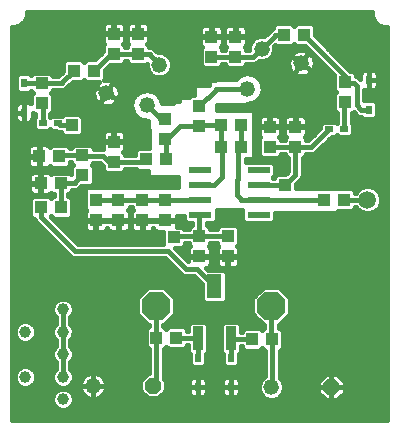
<source format=gtl>
G75*
%MOIN*%
%OFA0B0*%
%FSLAX24Y24*%
%IPPOS*%
%LPD*%
%AMOC8*
5,1,8,0,0,1.08239X$1,22.5*
%
%ADD10R,0.0780X0.0220*%
%ADD11R,0.0433X0.0394*%
%ADD12R,0.0394X0.0433*%
%ADD13C,0.0520*%
%ADD14R,0.0276X0.0197*%
%ADD15R,0.0236X0.0315*%
%ADD16R,0.0354X0.0787*%
%ADD17R,0.0512X0.0787*%
%ADD18OC8,0.0520*%
%ADD19C,0.0160*%
%ADD20C,0.1502*%
%ADD21R,0.0591X0.0591*%
%ADD22R,0.0945X0.0945*%
%ADD23R,0.0396X0.0396*%
%ADD24C,0.0591*%
%ADD25OC8,0.0945*%
%ADD26C,0.0396*%
D10*
X035280Y020250D03*
X035280Y020750D03*
X035280Y021250D03*
X035280Y021750D03*
X037220Y021750D03*
X037220Y021250D03*
X037220Y020750D03*
X037220Y020250D03*
D11*
X034100Y020065D03*
X034100Y020735D03*
X032550Y020735D03*
X032550Y020065D03*
X030635Y021300D03*
X029965Y021300D03*
X031350Y021565D03*
X031350Y022235D03*
X030000Y023965D03*
X030000Y024635D03*
X034100Y023435D03*
X034100Y022765D03*
X035250Y023215D03*
X035965Y023250D03*
X036635Y023250D03*
X035250Y023885D03*
X040100Y024015D03*
X040100Y024685D03*
D12*
X038735Y026250D03*
X038065Y026250D03*
X036450Y026185D03*
X035650Y026185D03*
X035650Y025515D03*
X036450Y025515D03*
X033200Y025615D03*
X032400Y025615D03*
X031735Y025050D03*
X031065Y025050D03*
X032400Y026285D03*
X033200Y026285D03*
X037600Y023185D03*
X038450Y023185D03*
X038450Y022515D03*
X037600Y022515D03*
X036635Y022500D03*
X035965Y022500D03*
X034135Y022100D03*
X033465Y022100D03*
X032400Y022015D03*
X032400Y022685D03*
X030585Y022200D03*
X029915Y022200D03*
X031800Y020735D03*
X031800Y020065D03*
X030635Y020500D03*
X029965Y020500D03*
X033350Y020735D03*
X033350Y020065D03*
X035250Y019535D03*
X035250Y018865D03*
X036200Y018865D03*
X036200Y019535D03*
X039415Y020750D03*
X040085Y020750D03*
X037685Y016100D03*
X037015Y016100D03*
X034485Y016150D03*
X033815Y016150D03*
D13*
X031700Y014550D03*
X037650Y014500D03*
X033505Y023894D03*
X033911Y025248D03*
X032150Y024300D03*
X036837Y024455D03*
X038650Y025300D03*
X037321Y025784D03*
D14*
X039574Y023100D03*
X040086Y023100D03*
X030536Y023300D03*
X030024Y023300D03*
D15*
X029400Y023658D03*
X029400Y024642D03*
X040900Y024742D03*
X040900Y023758D03*
X036300Y015492D03*
X035200Y015492D03*
X035200Y014508D03*
X036300Y014508D03*
D16*
X036301Y016134D03*
X035199Y016134D03*
D17*
X035750Y017866D03*
D18*
X033700Y014550D03*
X039650Y014500D03*
D19*
X029000Y013400D02*
X029000Y026494D01*
X029101Y026494D01*
X029286Y026571D01*
X029429Y026714D01*
X029506Y026899D01*
X029506Y027000D01*
X040994Y027000D01*
X040994Y026899D01*
X041071Y026714D01*
X041214Y026571D01*
X041399Y026494D01*
X041500Y026494D01*
X041500Y013400D01*
X029000Y013400D01*
X029000Y013414D02*
X041500Y013414D01*
X041500Y013573D02*
X029000Y013573D01*
X029000Y013731D02*
X041500Y013731D01*
X041500Y013890D02*
X030996Y013890D01*
X031004Y013897D02*
X031058Y014029D01*
X031058Y014171D01*
X031004Y014303D01*
X030903Y014404D01*
X030771Y014458D01*
X030629Y014458D01*
X030497Y014404D01*
X030396Y014303D01*
X030342Y014171D01*
X030342Y014029D01*
X030396Y013897D01*
X030497Y013796D01*
X030629Y013742D01*
X030771Y013742D01*
X030903Y013796D01*
X031004Y013897D01*
X031058Y014048D02*
X041500Y014048D01*
X041500Y014207D02*
X039979Y014207D01*
X040090Y014318D02*
X039832Y014060D01*
X039650Y014060D01*
X039650Y014500D01*
X040090Y014500D01*
X040090Y014682D01*
X041500Y014682D01*
X041500Y014524D02*
X040090Y014524D01*
X040090Y014500D02*
X039650Y014500D01*
X039650Y014500D01*
X039650Y014500D01*
X039650Y014940D01*
X039832Y014940D01*
X040090Y014682D01*
X040090Y014500D02*
X040090Y014318D01*
X040090Y014365D02*
X041500Y014365D01*
X041500Y014841D02*
X039932Y014841D01*
X039650Y014841D02*
X039650Y014841D01*
X039650Y014940D02*
X039468Y014940D01*
X039210Y014682D01*
X038029Y014682D01*
X038006Y014738D02*
X037925Y014819D01*
X037925Y015723D01*
X037948Y015723D01*
X038041Y015817D01*
X038041Y016383D01*
X037948Y016477D01*
X037890Y016477D01*
X037890Y016568D01*
X037912Y016568D01*
X038282Y016938D01*
X038282Y017462D01*
X037912Y017832D01*
X037388Y017832D01*
X037018Y017462D01*
X037018Y016938D01*
X037388Y016568D01*
X037410Y016568D01*
X037410Y016465D01*
X037350Y016405D01*
X037278Y016477D01*
X036752Y016477D01*
X036659Y016383D01*
X036659Y016340D01*
X036638Y016340D01*
X036638Y016594D01*
X036545Y016688D01*
X036058Y016688D01*
X035964Y016594D01*
X035964Y015674D01*
X036022Y015616D01*
X036022Y015268D01*
X036116Y015175D01*
X036484Y015175D01*
X036578Y015268D01*
X036578Y015614D01*
X036638Y015674D01*
X036638Y015860D01*
X036659Y015860D01*
X036659Y015817D01*
X036752Y015723D01*
X037278Y015723D01*
X037350Y015795D01*
X037422Y015723D01*
X037445Y015723D01*
X037445Y014870D01*
X037412Y014856D01*
X037294Y014738D01*
X037230Y014584D01*
X037230Y014416D01*
X037294Y014262D01*
X037412Y014144D01*
X037566Y014080D01*
X037734Y014080D01*
X037888Y014144D01*
X038006Y014262D01*
X038070Y014416D01*
X038070Y014584D01*
X038006Y014738D01*
X037925Y014841D02*
X039368Y014841D01*
X039210Y014682D02*
X039210Y014500D01*
X039650Y014500D01*
X039650Y014500D01*
X039650Y014500D01*
X039650Y014940D01*
X039650Y014682D02*
X039650Y014682D01*
X039650Y014524D02*
X039650Y014524D01*
X039650Y014500D02*
X039210Y014500D01*
X039210Y014318D01*
X039468Y014060D01*
X039650Y014060D01*
X039650Y014500D01*
X039650Y014365D02*
X039650Y014365D01*
X039650Y014207D02*
X039650Y014207D01*
X039321Y014207D02*
X037950Y014207D01*
X038049Y014365D02*
X039210Y014365D01*
X039210Y014524D02*
X038070Y014524D01*
X037685Y014576D02*
X037685Y016100D01*
X037679Y016105D01*
X037650Y016176D02*
X037650Y017200D01*
X037213Y016743D02*
X034237Y016743D01*
X034222Y016527D02*
X034150Y016455D01*
X034078Y016527D01*
X034040Y016527D01*
X034040Y016568D01*
X034062Y016568D01*
X034432Y016938D01*
X034432Y017462D01*
X034062Y017832D01*
X033538Y017832D01*
X033168Y017462D01*
X033168Y016938D01*
X033538Y016568D01*
X033560Y016568D01*
X033560Y016527D01*
X033552Y016527D01*
X033459Y016433D01*
X033459Y015867D01*
X033552Y015773D01*
X033575Y015773D01*
X033575Y014970D01*
X033526Y014970D01*
X033280Y014724D01*
X033280Y014376D01*
X033526Y014130D01*
X033874Y014130D01*
X034120Y014376D01*
X034120Y014724D01*
X034055Y014789D01*
X034055Y015773D01*
X034078Y015773D01*
X034150Y015845D01*
X034222Y015773D01*
X034748Y015773D01*
X034841Y015867D01*
X034841Y015910D01*
X034862Y015910D01*
X034862Y015674D01*
X034922Y015614D01*
X034922Y015268D01*
X035016Y015175D01*
X035384Y015175D01*
X035478Y015268D01*
X035478Y015616D01*
X035536Y015674D01*
X035536Y016594D01*
X035442Y016688D01*
X034955Y016688D01*
X034862Y016594D01*
X034862Y016390D01*
X034841Y016390D01*
X034841Y016433D01*
X034748Y016527D01*
X034222Y016527D01*
X034078Y016584D02*
X034862Y016584D01*
X034862Y016426D02*
X034841Y016426D01*
X035160Y016150D02*
X034485Y016150D01*
X034766Y015792D02*
X034862Y015792D01*
X034903Y015633D02*
X034055Y015633D01*
X034055Y015475D02*
X034922Y015475D01*
X034922Y015316D02*
X034055Y015316D01*
X034055Y015158D02*
X037445Y015158D01*
X037445Y015316D02*
X036578Y015316D01*
X036578Y015475D02*
X037445Y015475D01*
X037445Y015633D02*
X036597Y015633D01*
X036638Y015792D02*
X036684Y015792D01*
X036376Y016100D02*
X037015Y016100D01*
X036701Y016426D02*
X036638Y016426D01*
X036638Y016584D02*
X037372Y016584D01*
X037371Y016426D02*
X037329Y016426D01*
X037650Y016176D02*
X037652Y016156D01*
X037658Y016138D01*
X037667Y016120D01*
X037679Y016105D01*
X038041Y016109D02*
X041500Y016109D01*
X041500Y016267D02*
X038041Y016267D01*
X037999Y016426D02*
X041500Y016426D01*
X041500Y016584D02*
X037928Y016584D01*
X038087Y016743D02*
X041500Y016743D01*
X041500Y016901D02*
X038245Y016901D01*
X038282Y017060D02*
X041500Y017060D01*
X041500Y017218D02*
X038282Y017218D01*
X038282Y017377D02*
X041500Y017377D01*
X041500Y017535D02*
X038209Y017535D01*
X038051Y017694D02*
X041500Y017694D01*
X041500Y017852D02*
X036166Y017852D01*
X036166Y017694D02*
X037249Y017694D01*
X037091Y017535D02*
X036166Y017535D01*
X036166Y017406D02*
X036166Y018326D01*
X036072Y018420D01*
X035536Y018420D01*
X035483Y018472D01*
X035516Y018481D01*
X035557Y018505D01*
X035591Y018538D01*
X035615Y018579D01*
X035627Y018625D01*
X035627Y018847D01*
X035268Y018847D01*
X035268Y018884D01*
X035627Y018884D01*
X035627Y019106D01*
X035615Y019151D01*
X035591Y019192D01*
X035569Y019214D01*
X035607Y019252D01*
X035607Y019295D01*
X035843Y019295D01*
X035843Y019252D01*
X035881Y019214D01*
X035859Y019192D01*
X035835Y019151D01*
X035823Y019106D01*
X035823Y018884D01*
X036182Y018884D01*
X036182Y018847D01*
X036218Y018847D01*
X036218Y018469D01*
X036421Y018469D01*
X036466Y018481D01*
X036507Y018505D01*
X036541Y018538D01*
X036565Y018579D01*
X036577Y018625D01*
X036577Y018847D01*
X036218Y018847D01*
X036218Y018884D01*
X036577Y018884D01*
X036577Y019106D01*
X036565Y019151D01*
X036541Y019192D01*
X036519Y019214D01*
X036557Y019252D01*
X036557Y019817D01*
X036463Y019911D01*
X035937Y019911D01*
X035843Y019817D01*
X035843Y019775D01*
X035607Y019775D01*
X035607Y019817D01*
X035513Y019911D01*
X035490Y019911D01*
X035490Y019980D01*
X035736Y019980D01*
X035830Y020074D01*
X035830Y020420D01*
X036670Y020420D01*
X036670Y020074D01*
X036764Y019980D01*
X037676Y019980D01*
X037770Y020074D01*
X037770Y020320D01*
X039833Y020320D01*
X039880Y020367D01*
X039880Y020373D01*
X040348Y020373D01*
X040441Y020467D01*
X040441Y020510D01*
X040457Y020510D01*
X040464Y020492D01*
X040592Y020364D01*
X040759Y020295D01*
X040941Y020295D01*
X041108Y020364D01*
X041236Y020492D01*
X041305Y020659D01*
X041305Y020841D01*
X041236Y021008D01*
X041108Y021136D01*
X040941Y021205D01*
X040759Y021205D01*
X040592Y021136D01*
X040464Y021008D01*
X040457Y020990D01*
X040441Y020990D01*
X040441Y021033D01*
X040348Y021127D01*
X039837Y021127D01*
X039833Y021130D01*
X038458Y021130D01*
X038458Y021269D01*
X038557Y021367D01*
X038561Y021372D01*
X038624Y021435D01*
X038638Y021449D01*
X038690Y021574D01*
X038690Y022139D01*
X038713Y022139D01*
X038807Y022233D01*
X038807Y022260D01*
X039022Y022260D01*
X039110Y022297D01*
X039655Y022842D01*
X039778Y022842D01*
X039830Y022893D01*
X039882Y022842D01*
X040290Y022842D01*
X040384Y022935D01*
X040384Y023265D01*
X040326Y023322D01*
X040326Y023659D01*
X040383Y023659D01*
X040392Y023668D01*
X040506Y023554D01*
X040594Y023518D01*
X040638Y023518D01*
X040716Y023440D01*
X041084Y023440D01*
X041178Y023534D01*
X041178Y023982D01*
X041084Y024075D01*
X040740Y024075D01*
X040740Y024410D01*
X040758Y024405D01*
X040900Y024405D01*
X041042Y024405D01*
X041088Y024417D01*
X041129Y024441D01*
X041162Y024474D01*
X041186Y024515D01*
X041198Y024561D01*
X041198Y024742D01*
X040900Y024742D01*
X040900Y024405D01*
X040900Y024742D01*
X040900Y024742D01*
X040900Y024742D01*
X041198Y024742D01*
X041198Y024923D01*
X041186Y024969D01*
X041162Y025010D01*
X041129Y025044D01*
X041088Y025067D01*
X041042Y025080D01*
X040900Y025080D01*
X040758Y025080D01*
X040712Y025067D01*
X040671Y025044D01*
X040638Y025010D01*
X040614Y024969D01*
X040602Y024923D01*
X040602Y024788D01*
X040536Y024853D01*
X040477Y024878D01*
X040477Y024948D01*
X040383Y025041D01*
X040283Y025041D01*
X040240Y025084D01*
X040207Y025117D01*
X040207Y025117D01*
X039091Y026233D01*
X039091Y026533D01*
X038998Y026627D01*
X038472Y026627D01*
X038400Y026555D01*
X038328Y026627D01*
X037802Y026627D01*
X037709Y026533D01*
X037709Y026468D01*
X037636Y026438D01*
X037622Y026424D01*
X037586Y026388D01*
X037555Y026357D01*
X037402Y026204D01*
X037238Y026204D01*
X037083Y026140D01*
X036965Y026022D01*
X036901Y025867D01*
X036901Y025755D01*
X036807Y025755D01*
X036807Y025798D01*
X036769Y025836D01*
X036791Y025858D01*
X036815Y025899D01*
X036827Y025944D01*
X036827Y026166D01*
X036468Y026166D01*
X036468Y026203D01*
X036432Y026203D01*
X036432Y026581D01*
X036229Y026581D01*
X036184Y026569D01*
X036143Y026545D01*
X036109Y026512D01*
X036085Y026471D01*
X036073Y026425D01*
X036073Y026203D01*
X036432Y026203D01*
X036432Y026166D01*
X036073Y026166D01*
X036073Y025944D01*
X036085Y025899D01*
X036109Y025858D01*
X036131Y025836D01*
X036093Y025798D01*
X036093Y025755D01*
X036007Y025755D01*
X036007Y025798D01*
X035969Y025836D01*
X035991Y025858D01*
X036015Y025899D01*
X036027Y025944D01*
X036027Y026166D01*
X035668Y026166D01*
X035668Y026203D01*
X035632Y026203D01*
X035632Y026581D01*
X035429Y026581D01*
X035384Y026569D01*
X035343Y026545D01*
X035309Y026512D01*
X035285Y026471D01*
X035273Y026425D01*
X035273Y026203D01*
X035632Y026203D01*
X035632Y026166D01*
X035273Y026166D01*
X035273Y025944D01*
X035285Y025899D01*
X035309Y025858D01*
X035331Y025836D01*
X035293Y025798D01*
X035293Y025233D01*
X035387Y025139D01*
X035913Y025139D01*
X036007Y025233D01*
X036007Y025275D01*
X036093Y025275D01*
X036093Y025233D01*
X036187Y025139D01*
X036713Y025139D01*
X036807Y025233D01*
X036807Y025275D01*
X037079Y025275D01*
X037204Y025327D01*
X037218Y025341D01*
X037240Y025364D01*
X037405Y025364D01*
X037559Y025428D01*
X037677Y025546D01*
X037741Y025700D01*
X037741Y025864D01*
X037776Y025899D01*
X037802Y025873D01*
X038328Y025873D01*
X038400Y025945D01*
X038472Y025873D01*
X038772Y025873D01*
X039723Y024922D01*
X039723Y024422D01*
X039795Y024350D01*
X039723Y024278D01*
X039723Y023752D01*
X039817Y023659D01*
X039846Y023659D01*
X039846Y023322D01*
X039830Y023307D01*
X039778Y023358D01*
X039370Y023358D01*
X039277Y023265D01*
X039277Y023142D01*
X038875Y022740D01*
X038807Y022740D01*
X038807Y022798D01*
X038769Y022836D01*
X038791Y022858D01*
X038815Y022899D01*
X038827Y022944D01*
X038827Y023166D01*
X038468Y023166D01*
X038468Y023203D01*
X038432Y023203D01*
X038432Y023581D01*
X038229Y023581D01*
X038184Y023569D01*
X038143Y023545D01*
X038109Y023512D01*
X038085Y023471D01*
X038073Y023425D01*
X038073Y023203D01*
X038432Y023203D01*
X038432Y023166D01*
X038073Y023166D01*
X038073Y022944D01*
X038085Y022899D01*
X038109Y022858D01*
X038131Y022836D01*
X038093Y022798D01*
X038093Y022755D01*
X037957Y022755D01*
X037957Y022798D01*
X037919Y022836D01*
X037941Y022858D01*
X037965Y022899D01*
X037977Y022944D01*
X037977Y023166D01*
X037618Y023166D01*
X037618Y023203D01*
X037582Y023203D01*
X037582Y023581D01*
X037379Y023581D01*
X037334Y023569D01*
X037293Y023545D01*
X037259Y023512D01*
X037235Y023471D01*
X037223Y023425D01*
X037223Y023203D01*
X037582Y023203D01*
X037582Y023166D01*
X037223Y023166D01*
X037223Y022944D01*
X037235Y022899D01*
X037259Y022858D01*
X037281Y022836D01*
X037243Y022798D01*
X037243Y022233D01*
X037337Y022139D01*
X037863Y022139D01*
X037957Y022233D01*
X037957Y022260D01*
X038093Y022260D01*
X038093Y022233D01*
X038187Y022139D01*
X038210Y022139D01*
X038210Y021699D01*
X038119Y021608D01*
X037836Y021608D01*
X037742Y021514D01*
X037742Y021490D01*
X037706Y021490D01*
X037696Y021500D01*
X037770Y021574D01*
X037770Y021926D01*
X037676Y022020D01*
X036790Y022020D01*
X036790Y022120D01*
X037033Y022120D01*
X037080Y022167D01*
X037080Y023683D01*
X037033Y023730D01*
X035830Y023730D01*
X035830Y023920D01*
X036833Y023920D01*
X036850Y023937D01*
X036850Y023936D02*
X036850Y023936D01*
X037107Y024005D01*
X037295Y024193D01*
X037295Y024193D01*
X037364Y024450D01*
X037295Y024707D01*
X037107Y024895D01*
X037107Y024895D01*
X036850Y024964D01*
X036593Y024895D01*
X036478Y024780D01*
X035817Y024780D01*
X035770Y024733D01*
X035770Y024730D01*
X035617Y024730D01*
X035570Y024683D01*
X035570Y024580D01*
X035117Y024580D01*
X035070Y024533D01*
X035070Y024241D01*
X034967Y024241D01*
X034906Y024180D01*
X034617Y024180D01*
X034570Y024133D01*
X034570Y024030D01*
X034417Y024030D01*
X034370Y023983D01*
X034370Y023980D01*
X033999Y023980D01*
X033951Y024160D01*
X033951Y024160D01*
X033760Y024351D01*
X033500Y024421D01*
X033240Y024351D01*
X033240Y024351D01*
X033049Y024160D01*
X032979Y023900D01*
X033049Y023640D01*
X033049Y023640D01*
X033240Y023449D01*
X033500Y023379D01*
X033520Y023385D01*
X033520Y023117D01*
X033567Y023070D01*
X033570Y023070D01*
X033570Y022477D01*
X033202Y022477D01*
X033109Y022383D01*
X033109Y022255D01*
X032757Y022255D01*
X032757Y022298D01*
X032719Y022336D01*
X032741Y022358D01*
X032765Y022399D01*
X032777Y022444D01*
X032777Y022666D01*
X032418Y022666D01*
X032418Y022703D01*
X032382Y022703D01*
X032382Y023081D01*
X032179Y023081D01*
X032134Y023069D01*
X032093Y023045D01*
X032059Y023012D01*
X032035Y022971D01*
X032023Y022925D01*
X032023Y022703D01*
X032382Y022703D01*
X032382Y022666D01*
X032023Y022666D01*
X032023Y022444D01*
X032024Y022440D01*
X031727Y022440D01*
X031727Y022498D01*
X031633Y022591D01*
X031067Y022591D01*
X030973Y022498D01*
X030973Y022475D01*
X030941Y022475D01*
X030941Y022483D01*
X030848Y022577D01*
X030322Y022577D01*
X030262Y022517D01*
X030256Y022527D01*
X030223Y022561D01*
X030182Y022584D01*
X030136Y022597D01*
X029934Y022597D01*
X029934Y022218D01*
X029897Y022218D01*
X029897Y022182D01*
X029539Y022182D01*
X029539Y021960D01*
X029551Y021914D01*
X029574Y021873D01*
X029608Y021839D01*
X029649Y021816D01*
X029695Y021803D01*
X029897Y021803D01*
X029897Y022182D01*
X029934Y022182D01*
X029934Y021803D01*
X030136Y021803D01*
X030182Y021816D01*
X030223Y021839D01*
X030256Y021873D01*
X030262Y021883D01*
X030322Y021823D01*
X030848Y021823D01*
X030941Y021917D01*
X030941Y021995D01*
X030973Y021995D01*
X030973Y021972D01*
X031045Y021900D01*
X030973Y021828D01*
X030973Y021601D01*
X030917Y021657D01*
X030352Y021657D01*
X030314Y021619D01*
X030292Y021641D01*
X030251Y021665D01*
X030206Y021677D01*
X029984Y021677D01*
X029984Y021318D01*
X029947Y021318D01*
X029947Y021282D01*
X029569Y021282D01*
X029569Y021079D01*
X029581Y021034D01*
X029605Y020993D01*
X029638Y020959D01*
X029679Y020935D01*
X029725Y020923D01*
X029947Y020923D01*
X029947Y021282D01*
X029984Y021282D01*
X029984Y020923D01*
X030206Y020923D01*
X030251Y020935D01*
X030292Y020959D01*
X030314Y020981D01*
X030352Y020943D01*
X030395Y020943D01*
X030395Y020877D01*
X030372Y020877D01*
X030300Y020805D01*
X030228Y020877D01*
X029702Y020877D01*
X029609Y020783D01*
X029609Y020217D01*
X029702Y020123D01*
X029740Y020123D01*
X029777Y020033D01*
X029791Y020019D01*
X029831Y019979D01*
X029859Y019952D01*
X030964Y018847D01*
X031052Y018810D01*
X034101Y018810D01*
X034664Y018247D01*
X034752Y018210D01*
X035067Y018210D01*
X035334Y017943D01*
X035334Y017406D01*
X035428Y017312D01*
X036072Y017312D01*
X036166Y017406D01*
X036136Y017377D02*
X037018Y017377D01*
X037018Y017218D02*
X034432Y017218D01*
X034432Y017060D02*
X037018Y017060D01*
X037055Y016901D02*
X034395Y016901D01*
X034432Y017377D02*
X035364Y017377D01*
X035334Y017535D02*
X034359Y017535D01*
X034201Y017694D02*
X035334Y017694D01*
X035334Y017852D02*
X029000Y017852D01*
X029000Y017694D02*
X033399Y017694D01*
X033241Y017535D02*
X029000Y017535D01*
X029000Y017377D02*
X030470Y017377D01*
X030497Y017404D02*
X030396Y017303D01*
X030342Y017171D01*
X030342Y017029D01*
X030396Y016897D01*
X030460Y016834D01*
X030460Y016616D01*
X030396Y016553D01*
X030342Y016421D01*
X030342Y016279D01*
X030396Y016147D01*
X030460Y016084D01*
X030460Y015866D01*
X030396Y015803D01*
X030342Y015671D01*
X030342Y015529D01*
X030396Y015397D01*
X030460Y015334D01*
X030460Y015116D01*
X030396Y015053D01*
X030342Y014921D01*
X030342Y014779D01*
X030396Y014647D01*
X030497Y014546D01*
X030629Y014492D01*
X030771Y014492D01*
X030903Y014546D01*
X031004Y014647D01*
X031058Y014779D01*
X031058Y014921D01*
X031004Y015053D01*
X030940Y015116D01*
X030940Y015334D01*
X031004Y015397D01*
X031058Y015529D01*
X031058Y015671D01*
X031004Y015803D01*
X030940Y015866D01*
X030940Y016084D01*
X031004Y016147D01*
X031058Y016279D01*
X031058Y016421D01*
X031004Y016553D01*
X030940Y016616D01*
X030940Y016834D01*
X031004Y016897D01*
X031058Y017029D01*
X031058Y017171D01*
X031004Y017303D01*
X030903Y017404D01*
X030771Y017458D01*
X030629Y017458D01*
X030497Y017404D01*
X030361Y017218D02*
X029000Y017218D01*
X029000Y017060D02*
X030342Y017060D01*
X030395Y016901D02*
X029000Y016901D01*
X029000Y016743D02*
X030460Y016743D01*
X030428Y016584D02*
X029722Y016584D01*
X029754Y016553D02*
X029653Y016654D01*
X029521Y016708D01*
X029379Y016708D01*
X029247Y016654D01*
X029146Y016553D01*
X029092Y016421D01*
X029092Y016279D01*
X029146Y016147D01*
X029247Y016046D01*
X029379Y015992D01*
X029521Y015992D01*
X029653Y016046D01*
X029754Y016147D01*
X029808Y016279D01*
X029808Y016421D01*
X029754Y016553D01*
X029806Y016426D02*
X030344Y016426D01*
X030347Y016267D02*
X029803Y016267D01*
X029715Y016109D02*
X030435Y016109D01*
X030460Y015950D02*
X029000Y015950D01*
X029000Y015792D02*
X030392Y015792D01*
X030342Y015633D02*
X029000Y015633D01*
X029000Y015475D02*
X030364Y015475D01*
X030460Y015316D02*
X029000Y015316D01*
X029000Y015158D02*
X029257Y015158D01*
X029247Y015154D02*
X029146Y015053D01*
X029092Y014921D01*
X029092Y014779D01*
X029146Y014647D01*
X029247Y014546D01*
X029379Y014492D01*
X029521Y014492D01*
X029653Y014546D01*
X029754Y014647D01*
X029808Y014779D01*
X029808Y014921D01*
X029754Y015053D01*
X029653Y015154D01*
X029521Y015208D01*
X029379Y015208D01*
X029247Y015154D01*
X029124Y014999D02*
X029000Y014999D01*
X029000Y014841D02*
X029092Y014841D01*
X029132Y014682D02*
X029000Y014682D01*
X029000Y014524D02*
X029302Y014524D01*
X029598Y014524D02*
X030552Y014524D01*
X030459Y014365D02*
X029000Y014365D01*
X029000Y014207D02*
X030357Y014207D01*
X030342Y014048D02*
X029000Y014048D01*
X029000Y013890D02*
X030404Y013890D01*
X031043Y014207D02*
X031424Y014207D01*
X031413Y014214D02*
X031469Y014174D01*
X031531Y014142D01*
X031597Y014121D01*
X031665Y014110D01*
X031700Y014110D01*
X031735Y014110D01*
X031803Y014121D01*
X031869Y014142D01*
X031931Y014174D01*
X031987Y014214D01*
X032036Y014263D01*
X032076Y014319D01*
X032108Y014381D01*
X032129Y014447D01*
X032140Y014515D01*
X032140Y014550D01*
X032140Y014585D01*
X032129Y014653D01*
X032108Y014719D01*
X032076Y014781D01*
X032036Y014837D01*
X031987Y014886D01*
X031931Y014926D01*
X031869Y014958D01*
X031803Y014979D01*
X031735Y014990D01*
X031700Y014990D01*
X031700Y014550D01*
X032140Y014550D01*
X031700Y014550D01*
X031700Y014550D01*
X031700Y014550D01*
X031700Y014110D01*
X031700Y014550D01*
X031700Y014550D01*
X031700Y014550D01*
X031260Y014550D01*
X031260Y014585D01*
X031271Y014653D01*
X031292Y014719D01*
X031324Y014781D01*
X031364Y014837D01*
X031413Y014886D01*
X031469Y014926D01*
X031531Y014958D01*
X031597Y014979D01*
X031665Y014990D01*
X031700Y014990D01*
X031700Y014550D01*
X031260Y014550D01*
X031260Y014515D01*
X031271Y014447D01*
X031292Y014381D01*
X031324Y014319D01*
X031364Y014263D01*
X031413Y014214D01*
X031300Y014365D02*
X030941Y014365D01*
X030848Y014524D02*
X031260Y014524D01*
X031280Y014682D02*
X031018Y014682D01*
X031058Y014841D02*
X031368Y014841D01*
X031700Y014841D02*
X031700Y014841D01*
X031700Y014682D02*
X031700Y014682D01*
X031700Y014524D02*
X031700Y014524D01*
X031700Y014365D02*
X031700Y014365D01*
X031700Y014207D02*
X031700Y014207D01*
X031976Y014207D02*
X033450Y014207D01*
X033291Y014365D02*
X032100Y014365D01*
X032140Y014524D02*
X033280Y014524D01*
X033280Y014682D02*
X032120Y014682D01*
X032032Y014841D02*
X033397Y014841D01*
X033575Y014999D02*
X031026Y014999D01*
X030940Y015158D02*
X033575Y015158D01*
X033575Y015316D02*
X030940Y015316D01*
X031036Y015475D02*
X033575Y015475D01*
X033575Y015633D02*
X031058Y015633D01*
X031008Y015792D02*
X033534Y015792D01*
X033459Y015950D02*
X030940Y015950D01*
X030965Y016109D02*
X033459Y016109D01*
X033459Y016267D02*
X031053Y016267D01*
X031056Y016426D02*
X033459Y016426D01*
X033522Y016584D02*
X030972Y016584D01*
X030940Y016743D02*
X033363Y016743D01*
X033205Y016901D02*
X031005Y016901D01*
X031058Y017060D02*
X033168Y017060D01*
X033168Y017218D02*
X031039Y017218D01*
X030930Y017377D02*
X033168Y017377D01*
X033800Y017200D02*
X033800Y016187D01*
X033815Y016150D02*
X033815Y014707D01*
X033786Y014636D02*
X033700Y014550D01*
X033786Y014636D02*
X033798Y014651D01*
X033807Y014669D01*
X033813Y014687D01*
X033815Y014707D01*
X034055Y014841D02*
X035040Y014841D01*
X035058Y014845D02*
X035012Y014833D01*
X034971Y014809D01*
X034938Y014776D01*
X034914Y014735D01*
X034902Y014689D01*
X034902Y014508D01*
X035200Y014508D01*
X035200Y014845D01*
X035058Y014845D01*
X035200Y014845D02*
X035200Y014508D01*
X035200Y014508D01*
X035498Y014508D01*
X035498Y014689D01*
X035486Y014735D01*
X035462Y014776D01*
X035429Y014809D01*
X035388Y014833D01*
X035342Y014845D01*
X035200Y014845D01*
X035200Y014841D02*
X035200Y014841D01*
X035200Y014682D02*
X035200Y014682D01*
X035200Y014524D02*
X035200Y014524D01*
X035200Y014508D02*
X035200Y014508D01*
X035200Y014508D01*
X035498Y014508D01*
X035498Y014327D01*
X035486Y014281D01*
X035462Y014240D01*
X035429Y014206D01*
X035388Y014183D01*
X035342Y014170D01*
X035200Y014170D01*
X035200Y014508D01*
X034902Y014508D01*
X034902Y014327D01*
X034914Y014281D01*
X034938Y014240D01*
X034971Y014206D01*
X035012Y014183D01*
X035058Y014170D01*
X035200Y014170D01*
X035200Y014508D01*
X035200Y014508D01*
X035200Y014365D02*
X035200Y014365D01*
X035200Y014207D02*
X035200Y014207D01*
X035429Y014207D02*
X036071Y014207D01*
X036071Y014206D02*
X036112Y014183D01*
X036158Y014170D01*
X036300Y014170D01*
X036300Y014508D01*
X036300Y014845D01*
X036158Y014845D01*
X036112Y014833D01*
X036071Y014809D01*
X036038Y014776D01*
X036014Y014735D01*
X036002Y014689D01*
X036002Y014508D01*
X036300Y014508D01*
X036300Y014508D01*
X036300Y014845D01*
X036442Y014845D01*
X036488Y014833D01*
X036529Y014809D01*
X036562Y014776D01*
X036586Y014735D01*
X036598Y014689D01*
X036598Y014508D01*
X036300Y014508D01*
X036300Y014508D01*
X036300Y014508D01*
X036002Y014508D01*
X036002Y014327D01*
X036014Y014281D01*
X036038Y014240D01*
X036071Y014206D01*
X036002Y014365D02*
X035498Y014365D01*
X035498Y014524D02*
X036002Y014524D01*
X036002Y014682D02*
X035498Y014682D01*
X035360Y014841D02*
X036140Y014841D01*
X036300Y014841D02*
X036300Y014841D01*
X036300Y014682D02*
X036300Y014682D01*
X036300Y014524D02*
X036300Y014524D01*
X036300Y014508D02*
X036598Y014508D01*
X036598Y014327D01*
X036586Y014281D01*
X036562Y014240D01*
X036529Y014206D01*
X036488Y014183D01*
X036442Y014170D01*
X036300Y014170D01*
X036300Y014508D01*
X036300Y014508D01*
X036300Y014365D02*
X036300Y014365D01*
X036300Y014207D02*
X036300Y014207D01*
X036529Y014207D02*
X037350Y014207D01*
X037251Y014365D02*
X036598Y014365D01*
X036598Y014524D02*
X037230Y014524D01*
X037271Y014682D02*
X036598Y014682D01*
X036460Y014841D02*
X037397Y014841D01*
X037445Y014999D02*
X034055Y014999D01*
X034120Y014682D02*
X034902Y014682D01*
X034902Y014524D02*
X034120Y014524D01*
X034109Y014365D02*
X034902Y014365D01*
X034971Y014207D02*
X033950Y014207D01*
X035478Y015316D02*
X036022Y015316D01*
X036022Y015475D02*
X035478Y015475D01*
X035495Y015633D02*
X036005Y015633D01*
X035964Y015792D02*
X035536Y015792D01*
X035536Y015950D02*
X035964Y015950D01*
X035964Y016109D02*
X035536Y016109D01*
X035536Y016267D02*
X035964Y016267D01*
X035964Y016426D02*
X035536Y016426D01*
X035536Y016584D02*
X035964Y016584D01*
X036301Y016134D02*
X036306Y016129D01*
X036300Y016131D02*
X036300Y016133D01*
X036301Y016134D01*
X036300Y016131D02*
X036300Y015492D01*
X036376Y016100D02*
X036356Y016102D01*
X036338Y016108D01*
X036320Y016117D01*
X036305Y016129D01*
X037347Y015792D02*
X037353Y015792D01*
X037925Y015633D02*
X041500Y015633D01*
X041500Y015475D02*
X037925Y015475D01*
X037925Y015316D02*
X041500Y015316D01*
X041500Y015158D02*
X037925Y015158D01*
X037925Y014999D02*
X041500Y014999D01*
X041500Y015792D02*
X038016Y015792D01*
X038041Y015950D02*
X041500Y015950D01*
X041500Y018011D02*
X036166Y018011D01*
X036166Y018169D02*
X041500Y018169D01*
X041500Y018328D02*
X036164Y018328D01*
X036182Y018469D02*
X036182Y018847D01*
X035823Y018847D01*
X035823Y018625D01*
X035835Y018579D01*
X035859Y018538D01*
X035893Y018505D01*
X035934Y018481D01*
X035979Y018469D01*
X036182Y018469D01*
X036182Y018486D02*
X036218Y018486D01*
X036218Y018645D02*
X036182Y018645D01*
X036182Y018803D02*
X036218Y018803D01*
X036577Y018803D02*
X041500Y018803D01*
X041500Y018645D02*
X036577Y018645D01*
X036475Y018486D02*
X041500Y018486D01*
X041500Y018962D02*
X036577Y018962D01*
X036573Y019120D02*
X041500Y019120D01*
X041500Y019279D02*
X036557Y019279D01*
X036557Y019437D02*
X041500Y019437D01*
X041500Y019596D02*
X036557Y019596D01*
X036557Y019754D02*
X041500Y019754D01*
X041500Y019913D02*
X035490Y019913D01*
X035250Y020179D02*
X035252Y020199D01*
X035258Y020217D01*
X035267Y020235D01*
X035279Y020250D01*
X035280Y020250D02*
X035279Y020249D01*
X035250Y020179D02*
X035250Y019535D01*
X034476Y019535D01*
X034405Y019505D02*
X034400Y019500D01*
X034405Y019506D02*
X034420Y019518D01*
X034438Y019527D01*
X034456Y019533D01*
X034476Y019535D01*
X034497Y019858D02*
X034497Y020047D01*
X034118Y020047D01*
X034118Y020084D01*
X034497Y020084D01*
X034497Y020220D01*
X034730Y020220D01*
X034730Y020074D01*
X034824Y019980D01*
X035010Y019980D01*
X035010Y019911D01*
X034987Y019911D01*
X034893Y019817D01*
X034893Y019775D01*
X034748Y019775D01*
X034664Y019858D01*
X034497Y019858D01*
X034497Y019913D02*
X035010Y019913D01*
X034733Y020071D02*
X034118Y020071D01*
X034082Y020071D02*
X033368Y020071D01*
X033368Y020084D02*
X033727Y020084D01*
X034082Y020084D01*
X034082Y020047D01*
X033368Y020047D01*
X033368Y019669D01*
X033571Y019669D01*
X033616Y019681D01*
X033657Y019705D01*
X033691Y019738D01*
X033715Y019779D01*
X033719Y019794D01*
X033739Y019758D01*
X033773Y019724D01*
X033814Y019701D01*
X033860Y019689D01*
X034042Y019689D01*
X034042Y019290D01*
X031199Y019290D01*
X030297Y020192D01*
X030300Y020195D01*
X030372Y020123D01*
X030898Y020123D01*
X030991Y020217D01*
X030991Y020783D01*
X030898Y020877D01*
X030875Y020877D01*
X030875Y020943D01*
X030917Y020943D01*
X031011Y021037D01*
X031011Y021060D01*
X031111Y021060D01*
X031236Y021112D01*
X031250Y021126D01*
X031297Y021173D01*
X031317Y021193D01*
X031333Y021209D01*
X031633Y021209D01*
X031727Y021302D01*
X031727Y021828D01*
X031655Y021900D01*
X031715Y021960D01*
X031951Y021960D01*
X032002Y021909D01*
X032010Y021900D01*
X032043Y021867D01*
X032043Y021733D01*
X032137Y021639D01*
X032663Y021639D01*
X032757Y021733D01*
X032757Y021775D01*
X033150Y021775D01*
X033202Y021723D01*
X033520Y021723D01*
X033520Y021567D01*
X033567Y021520D01*
X034520Y021520D01*
X034520Y021180D01*
X031467Y021180D01*
X031420Y021133D01*
X031420Y020667D01*
X031443Y020644D01*
X031443Y020452D01*
X031481Y020414D01*
X031459Y020392D01*
X031435Y020351D01*
X031423Y020306D01*
X031423Y020084D01*
X031782Y020084D01*
X031782Y020047D01*
X031818Y020047D01*
X031818Y019669D01*
X032021Y019669D01*
X032066Y019681D01*
X032107Y019705D01*
X032141Y019738D01*
X032165Y019779D01*
X032169Y019794D01*
X032189Y019758D01*
X032223Y019724D01*
X032264Y019701D01*
X032310Y019689D01*
X032532Y019689D01*
X032532Y020047D01*
X032568Y020047D01*
X032568Y019689D01*
X032790Y019689D01*
X032836Y019701D01*
X032877Y019724D01*
X032911Y019758D01*
X032934Y019799D01*
X032947Y019845D01*
X032947Y020047D01*
X032568Y020047D01*
X032568Y020084D01*
X032947Y020084D01*
X032947Y020286D01*
X032934Y020332D01*
X032911Y020373D01*
X032877Y020406D01*
X032867Y020412D01*
X032927Y020472D01*
X032927Y020495D01*
X032993Y020495D01*
X032993Y020452D01*
X033031Y020414D01*
X033009Y020392D01*
X032985Y020351D01*
X032973Y020306D01*
X032973Y020084D01*
X033332Y020084D01*
X033332Y020047D01*
X033368Y020047D01*
X033368Y020084D01*
X033332Y020071D02*
X032568Y020071D01*
X032532Y020071D02*
X031818Y020071D01*
X031818Y020084D02*
X032177Y020084D01*
X032532Y020084D01*
X032532Y020047D01*
X031818Y020047D01*
X031818Y020084D01*
X031782Y020071D02*
X030418Y020071D01*
X030577Y019913D02*
X031423Y019913D01*
X031423Y019825D02*
X031435Y019779D01*
X031459Y019738D01*
X031493Y019705D01*
X031534Y019681D01*
X031579Y019669D01*
X031782Y019669D01*
X031782Y020047D01*
X031423Y020047D01*
X031423Y019825D01*
X031450Y019754D02*
X030735Y019754D01*
X030894Y019596D02*
X034042Y019596D01*
X034042Y019437D02*
X031052Y019437D01*
X031100Y019050D02*
X029995Y020155D01*
X029965Y020226D02*
X029965Y020500D01*
X029965Y020226D02*
X029967Y020206D01*
X029973Y020188D01*
X029982Y020170D01*
X029994Y020155D01*
X029762Y020071D02*
X029000Y020071D01*
X029000Y019913D02*
X029898Y019913D01*
X029777Y020033D02*
X029777Y020033D01*
X029609Y020230D02*
X029000Y020230D01*
X029000Y020388D02*
X029609Y020388D01*
X029609Y020547D02*
X029000Y020547D01*
X029000Y020705D02*
X029609Y020705D01*
X029689Y020864D02*
X029000Y020864D01*
X029000Y021022D02*
X029588Y021022D01*
X029569Y021181D02*
X029000Y021181D01*
X029000Y021339D02*
X029569Y021339D01*
X029569Y021318D02*
X029947Y021318D01*
X029947Y021677D01*
X029725Y021677D01*
X029679Y021665D01*
X029638Y021641D01*
X029605Y021607D01*
X029581Y021566D01*
X029569Y021521D01*
X029569Y021318D01*
X029569Y021498D02*
X029000Y021498D01*
X029000Y021656D02*
X029665Y021656D01*
X029653Y021815D02*
X029000Y021815D01*
X029000Y021973D02*
X029539Y021973D01*
X029539Y022132D02*
X029000Y022132D01*
X029000Y022290D02*
X029539Y022290D01*
X029539Y022218D02*
X029897Y022218D01*
X029897Y022597D01*
X029695Y022597D01*
X029649Y022584D01*
X029608Y022561D01*
X029574Y022527D01*
X029551Y022486D01*
X029539Y022440D01*
X029539Y022218D01*
X029541Y022449D02*
X029000Y022449D01*
X029000Y022607D02*
X032023Y022607D01*
X032023Y022449D02*
X031727Y022449D01*
X031426Y022200D02*
X031406Y022202D01*
X031388Y022208D01*
X031370Y022217D01*
X031355Y022229D01*
X031350Y022235D01*
X030661Y022235D01*
X030590Y022205D02*
X030585Y022200D01*
X030590Y022206D02*
X030605Y022218D01*
X030623Y022227D01*
X030641Y022233D01*
X030661Y022235D01*
X030941Y021973D02*
X030973Y021973D01*
X030973Y021815D02*
X030177Y021815D01*
X030266Y021656D02*
X030351Y021656D01*
X029984Y021656D02*
X029947Y021656D01*
X029947Y021498D02*
X029984Y021498D01*
X029984Y021339D02*
X029947Y021339D01*
X029947Y021181D02*
X029984Y021181D01*
X029984Y021022D02*
X029947Y021022D01*
X030241Y020864D02*
X030359Y020864D01*
X030635Y020500D02*
X030635Y021300D01*
X031043Y021300D01*
X031114Y021329D02*
X031350Y021565D01*
X031114Y021329D02*
X031099Y021317D01*
X031081Y021308D01*
X031063Y021302D01*
X031043Y021300D01*
X031236Y021112D02*
X031236Y021112D01*
X031250Y021126D02*
X031250Y021126D01*
X031305Y021181D02*
X034520Y021181D01*
X034520Y021339D02*
X031727Y021339D01*
X031727Y021498D02*
X034520Y021498D01*
X034135Y022100D02*
X034135Y022744D01*
X034137Y022750D02*
X034150Y022750D01*
X034586Y023186D01*
X034657Y023215D02*
X035250Y023215D01*
X035255Y023221D01*
X035326Y023250D02*
X035965Y023250D01*
X035965Y022500D01*
X035971Y022495D01*
X036000Y022424D02*
X036000Y021500D01*
X035779Y021279D01*
X035709Y021250D02*
X035280Y021250D01*
X035709Y021250D02*
X035729Y021252D01*
X035747Y021258D01*
X035765Y021267D01*
X035780Y021279D01*
X036500Y021359D02*
X036500Y020900D01*
X036621Y020779D01*
X036691Y020750D02*
X037000Y020750D01*
X037220Y020750D02*
X039415Y020750D01*
X040150Y020750D02*
X040850Y020750D01*
X041000Y021181D02*
X041500Y021181D01*
X041500Y021339D02*
X038528Y021339D01*
X038624Y021435D02*
X038624Y021435D01*
X038638Y021449D02*
X038638Y021449D01*
X038658Y021498D02*
X041500Y021498D01*
X041500Y021656D02*
X038690Y021656D01*
X038690Y021815D02*
X041500Y021815D01*
X041500Y021973D02*
X038690Y021973D01*
X038690Y022132D02*
X041500Y022132D01*
X041500Y022290D02*
X039095Y022290D01*
X039262Y022449D02*
X041500Y022449D01*
X041500Y022607D02*
X039421Y022607D01*
X039579Y022766D02*
X041500Y022766D01*
X041500Y022924D02*
X040373Y022924D01*
X040384Y023083D02*
X041500Y023083D01*
X041500Y023241D02*
X040384Y023241D01*
X040326Y023400D02*
X041500Y023400D01*
X041500Y023558D02*
X041178Y023558D01*
X041178Y023717D02*
X041500Y023717D01*
X041500Y023875D02*
X041178Y023875D01*
X041126Y024034D02*
X041500Y024034D01*
X041500Y024192D02*
X040740Y024192D01*
X040740Y024351D02*
X041500Y024351D01*
X041500Y024509D02*
X041182Y024509D01*
X041198Y024668D02*
X041500Y024668D01*
X041500Y024826D02*
X041198Y024826D01*
X041177Y024985D02*
X041500Y024985D01*
X041500Y025143D02*
X040181Y025143D01*
X040240Y025084D02*
X040240Y025084D01*
X040440Y024985D02*
X040623Y024985D01*
X040602Y024826D02*
X040563Y024826D01*
X040400Y024650D02*
X040500Y024550D01*
X040500Y023900D01*
X040642Y023758D01*
X040900Y023758D01*
X040503Y023558D02*
X040326Y023558D01*
X039846Y023558D02*
X038735Y023558D01*
X038716Y023569D02*
X038671Y023581D01*
X038468Y023581D01*
X038468Y023203D01*
X038827Y023203D01*
X038827Y023425D01*
X038815Y023471D01*
X038791Y023512D01*
X038757Y023545D01*
X038716Y023569D01*
X038827Y023400D02*
X039846Y023400D01*
X039759Y023717D02*
X037047Y023717D01*
X037080Y023558D02*
X037315Y023558D01*
X037223Y023400D02*
X037080Y023400D01*
X037080Y023241D02*
X037223Y023241D01*
X037223Y023083D02*
X037080Y023083D01*
X037080Y022924D02*
X037229Y022924D01*
X037243Y022766D02*
X037080Y022766D01*
X037080Y022607D02*
X037243Y022607D01*
X037243Y022449D02*
X037080Y022449D01*
X037080Y022290D02*
X037243Y022290D01*
X037045Y022132D02*
X038210Y022132D01*
X038210Y021973D02*
X037723Y021973D01*
X037770Y021815D02*
X038210Y021815D01*
X038167Y021656D02*
X037770Y021656D01*
X037742Y021498D02*
X037699Y021498D01*
X038100Y021250D02*
X037220Y021250D01*
X036529Y021430D02*
X036517Y021415D01*
X036508Y021397D01*
X036502Y021379D01*
X036500Y021359D01*
X036529Y021429D02*
X036550Y021450D01*
X036550Y022374D01*
X036579Y022445D02*
X036635Y022500D01*
X036635Y023250D01*
X036850Y023936D02*
X036850Y023937D01*
X037107Y024005D02*
X037107Y024005D01*
X037135Y024034D02*
X039723Y024034D01*
X039723Y024192D02*
X037294Y024192D01*
X037337Y024351D02*
X039794Y024351D01*
X039723Y024509D02*
X037348Y024509D01*
X037305Y024668D02*
X039723Y024668D01*
X039723Y024826D02*
X037175Y024826D01*
X037295Y024707D02*
X037295Y024707D01*
X036850Y024964D02*
X036850Y024964D01*
X036717Y025143D02*
X038238Y025143D01*
X038242Y025131D02*
X038274Y025069D01*
X038314Y025013D01*
X038363Y024964D01*
X038398Y024940D01*
X038419Y024924D01*
X038481Y024892D01*
X038547Y024871D01*
X038615Y024860D01*
X038685Y024860D01*
X038753Y024871D01*
X038819Y024892D01*
X038881Y024924D01*
X038937Y024964D01*
X038986Y025013D01*
X039010Y025048D01*
X039026Y025069D01*
X039058Y025131D01*
X039079Y025197D01*
X039090Y025265D01*
X039090Y025335D01*
X039079Y025403D01*
X039058Y025469D01*
X039026Y025531D01*
X038986Y025587D01*
X038937Y025636D01*
X038902Y025660D01*
X038881Y025676D01*
X038819Y025708D01*
X038753Y025729D01*
X038685Y025740D01*
X038615Y025740D01*
X038547Y025729D01*
X038481Y025708D01*
X038419Y025676D01*
X038363Y025636D01*
X038314Y025587D01*
X038290Y025552D01*
X038274Y025531D01*
X038242Y025469D01*
X038221Y025403D01*
X038210Y025335D01*
X038210Y025265D01*
X038221Y025197D01*
X038242Y025131D01*
X038210Y025302D02*
X037142Y025302D01*
X037204Y025327D02*
X037204Y025327D01*
X037082Y025545D02*
X037321Y025784D01*
X037758Y026221D01*
X037829Y026250D02*
X038065Y026250D01*
X037829Y026250D02*
X037809Y026248D01*
X037791Y026242D01*
X037773Y026233D01*
X037758Y026221D01*
X037609Y026411D02*
X036827Y026411D01*
X036827Y026425D02*
X036815Y026471D01*
X036791Y026512D01*
X036757Y026545D01*
X036716Y026569D01*
X036671Y026581D01*
X036468Y026581D01*
X036468Y026203D01*
X036827Y026203D01*
X036827Y026425D01*
X036827Y026253D02*
X037451Y026253D01*
X037636Y026438D02*
X037636Y026438D01*
X037745Y026570D02*
X036714Y026570D01*
X036468Y026570D02*
X036432Y026570D01*
X036432Y026411D02*
X036468Y026411D01*
X036468Y026253D02*
X036432Y026253D01*
X036073Y026253D02*
X036027Y026253D01*
X036027Y026203D02*
X036027Y026425D01*
X036015Y026471D01*
X035991Y026512D01*
X035957Y026545D01*
X035916Y026569D01*
X035871Y026581D01*
X035668Y026581D01*
X035668Y026203D01*
X036027Y026203D01*
X036027Y026094D02*
X036073Y026094D01*
X036076Y025936D02*
X036024Y025936D01*
X036007Y025777D02*
X036093Y025777D01*
X036450Y025515D02*
X035650Y025515D01*
X035293Y025460D02*
X034278Y025460D01*
X034267Y025486D02*
X034149Y025604D01*
X033994Y025668D01*
X033871Y025668D01*
X033817Y025722D01*
X033788Y025751D01*
X033784Y025756D01*
X033736Y025804D01*
X033736Y025804D01*
X033611Y025855D01*
X033557Y025855D01*
X033557Y025898D01*
X033519Y025936D01*
X033541Y025958D01*
X033565Y025999D01*
X033577Y026044D01*
X033577Y026266D01*
X033218Y026266D01*
X033218Y026303D01*
X033182Y026303D01*
X033182Y026681D01*
X032979Y026681D01*
X032934Y026669D01*
X032893Y026645D01*
X032859Y026612D01*
X032835Y026571D01*
X032823Y026525D01*
X032823Y026303D01*
X033182Y026303D01*
X033182Y026266D01*
X032823Y026266D01*
X032823Y026044D01*
X032835Y025999D01*
X032859Y025958D01*
X032881Y025936D01*
X032843Y025898D01*
X032843Y025855D01*
X032757Y025855D01*
X032757Y025898D01*
X032719Y025936D01*
X032741Y025958D01*
X032765Y025999D01*
X032777Y026044D01*
X032777Y026266D01*
X032418Y026266D01*
X032418Y026303D01*
X032382Y026303D01*
X032382Y026681D01*
X032179Y026681D01*
X032134Y026669D01*
X032093Y026645D01*
X032059Y026612D01*
X032035Y026571D01*
X032023Y026525D01*
X032023Y026303D01*
X032382Y026303D01*
X032382Y026266D01*
X032023Y026266D01*
X032023Y026044D01*
X032035Y025999D01*
X032059Y025958D01*
X032081Y025936D01*
X032043Y025898D01*
X032043Y025698D01*
X031772Y025427D01*
X031472Y025427D01*
X031400Y025355D01*
X031328Y025427D01*
X030802Y025427D01*
X030709Y025333D01*
X030709Y025033D01*
X030551Y024875D01*
X030377Y024875D01*
X030377Y024898D01*
X030283Y024991D01*
X029717Y024991D01*
X029635Y024909D01*
X029584Y024960D01*
X029216Y024960D01*
X029122Y024866D01*
X029122Y024418D01*
X029216Y024325D01*
X029584Y024325D01*
X029627Y024368D01*
X029695Y024300D01*
X029623Y024228D01*
X029623Y023962D01*
X029588Y023983D01*
X029542Y023995D01*
X029400Y023995D01*
X029258Y023995D01*
X029212Y023983D01*
X029171Y023959D01*
X029138Y023926D01*
X029114Y023885D01*
X029102Y023839D01*
X029102Y023658D01*
X029400Y023658D01*
X029400Y023995D01*
X029400Y023658D01*
X029400Y023658D01*
X029400Y023658D01*
X029102Y023658D01*
X029102Y023477D01*
X029114Y023431D01*
X029138Y023390D01*
X029171Y023356D01*
X029212Y023333D01*
X029258Y023320D01*
X029400Y023320D01*
X029400Y023658D01*
X029400Y023320D01*
X029542Y023320D01*
X029588Y023333D01*
X029629Y023356D01*
X029662Y023390D01*
X029686Y023431D01*
X029698Y023477D01*
X029698Y023628D01*
X029717Y023609D01*
X029784Y023609D01*
X029784Y023522D01*
X029727Y023465D01*
X029727Y023135D01*
X029820Y023042D01*
X030228Y023042D01*
X030280Y023093D01*
X030332Y023042D01*
X030484Y023042D01*
X030560Y023010D01*
X030642Y023010D01*
X030642Y022986D01*
X030736Y022892D01*
X031264Y022892D01*
X031358Y022986D01*
X031358Y023514D01*
X031264Y023608D01*
X030736Y023608D01*
X030686Y023558D01*
X030332Y023558D01*
X030264Y023558D01*
X030264Y023522D02*
X030264Y023609D01*
X030283Y023609D01*
X030377Y023702D01*
X030377Y024228D01*
X030305Y024300D01*
X030377Y024372D01*
X030377Y024395D01*
X030676Y024395D01*
X030801Y024446D01*
X030801Y024446D01*
X030815Y024460D01*
X031028Y024673D01*
X031328Y024673D01*
X031400Y024745D01*
X031472Y024673D01*
X031915Y024673D01*
X031863Y024636D01*
X031814Y024587D01*
X031775Y024532D01*
X032150Y024300D01*
X032382Y024675D01*
X032150Y024300D01*
X032150Y024300D01*
X032525Y024068D01*
X032150Y024300D01*
X032150Y024300D01*
X032150Y024300D01*
X031918Y023925D01*
X032150Y024300D01*
X032150Y024300D01*
X031775Y024532D01*
X031774Y024531D01*
X031742Y024469D01*
X031721Y024403D01*
X031710Y024335D01*
X031710Y024265D01*
X031721Y024197D01*
X031742Y024131D01*
X031774Y024069D01*
X031814Y024013D01*
X031863Y023964D01*
X031918Y023925D01*
X031919Y023924D01*
X031981Y023892D01*
X032047Y023871D01*
X032115Y023860D01*
X032185Y023860D01*
X032253Y023871D01*
X032319Y023892D01*
X032381Y023924D01*
X032437Y023964D01*
X032486Y024013D01*
X032525Y024068D01*
X032526Y024069D01*
X032558Y024131D01*
X032579Y024197D01*
X032590Y024265D01*
X032590Y024335D01*
X032579Y024403D01*
X032558Y024469D01*
X032526Y024531D01*
X032486Y024587D01*
X032437Y024636D01*
X032382Y024675D01*
X032381Y024676D01*
X032319Y024708D01*
X032253Y024729D01*
X032185Y024740D01*
X032115Y024740D01*
X032055Y024730D01*
X032091Y024767D01*
X032091Y025067D01*
X032263Y025239D01*
X032663Y025239D01*
X032757Y025333D01*
X032757Y025375D01*
X032843Y025375D01*
X032843Y025333D01*
X032937Y025239D01*
X033463Y025239D01*
X033491Y025267D01*
X033491Y025165D01*
X033555Y025010D01*
X033673Y024892D01*
X033827Y024828D01*
X033994Y024828D01*
X034149Y024892D01*
X034267Y025010D01*
X034331Y025165D01*
X034331Y025332D01*
X034267Y025486D01*
X034331Y025302D02*
X035293Y025302D01*
X035383Y025143D02*
X034322Y025143D01*
X034241Y024985D02*
X038343Y024985D01*
X038398Y024940D02*
X038650Y025300D01*
X038650Y025300D01*
X038902Y025660D01*
X038650Y025300D01*
X039010Y025048D01*
X038650Y025300D01*
X038650Y025300D01*
X038650Y025300D01*
X038290Y025552D01*
X038650Y025300D01*
X038398Y024940D01*
X038429Y024985D02*
X038429Y024985D01*
X038540Y025143D02*
X038540Y025143D01*
X038650Y025300D02*
X038650Y025300D01*
X038651Y025302D02*
X038651Y025302D01*
X038648Y025302D02*
X038648Y025302D01*
X038762Y025460D02*
X038762Y025460D01*
X038873Y025619D02*
X038873Y025619D01*
X038954Y025619D02*
X039027Y025619D01*
X039061Y025460D02*
X039185Y025460D01*
X039090Y025302D02*
X039344Y025302D01*
X039502Y025143D02*
X039062Y025143D01*
X038874Y025143D02*
X038874Y025143D01*
X038957Y024985D02*
X039661Y024985D01*
X040071Y024914D02*
X040083Y024899D01*
X040092Y024881D01*
X040098Y024863D01*
X040100Y024843D01*
X040100Y024685D01*
X040135Y024650D01*
X040400Y024650D01*
X040071Y024914D02*
X038735Y026250D01*
X039091Y026253D02*
X041500Y026253D01*
X041500Y026411D02*
X039091Y026411D01*
X039055Y026570D02*
X041218Y026570D01*
X041065Y026728D02*
X029435Y026728D01*
X029500Y026887D02*
X041000Y026887D01*
X041500Y026094D02*
X039230Y026094D01*
X039389Y025936D02*
X041500Y025936D01*
X041500Y025777D02*
X039547Y025777D01*
X039706Y025619D02*
X041500Y025619D01*
X041500Y025460D02*
X039864Y025460D01*
X040023Y025302D02*
X041500Y025302D01*
X040900Y025080D02*
X040900Y024742D01*
X040900Y025080D01*
X040900Y024985D02*
X040900Y024985D01*
X040900Y024826D02*
X040900Y024826D01*
X040900Y024742D02*
X040900Y024742D01*
X040900Y024668D02*
X040900Y024668D01*
X040900Y024509D02*
X040900Y024509D01*
X040100Y024015D02*
X040086Y024002D01*
X040086Y023100D01*
X039574Y023100D02*
X038974Y022500D01*
X038450Y022500D01*
X038450Y022515D01*
X037600Y022515D01*
X037637Y022500D02*
X038450Y022500D01*
X038450Y021641D01*
X038421Y021571D02*
X038100Y021250D01*
X038458Y021181D02*
X040700Y021181D01*
X040478Y021022D02*
X040441Y021022D01*
X040362Y020388D02*
X040568Y020388D01*
X041132Y020388D02*
X041500Y020388D01*
X041500Y020230D02*
X037770Y020230D01*
X037767Y020071D02*
X041500Y020071D01*
X041500Y020547D02*
X041259Y020547D01*
X041305Y020705D02*
X041500Y020705D01*
X041500Y020864D02*
X041296Y020864D01*
X041222Y021022D02*
X041500Y021022D01*
X039059Y022924D02*
X038821Y022924D01*
X038827Y023083D02*
X039218Y023083D01*
X039277Y023241D02*
X038827Y023241D01*
X038468Y023241D02*
X038432Y023241D01*
X038432Y023400D02*
X038468Y023400D01*
X038468Y023558D02*
X038432Y023558D01*
X038165Y023558D02*
X037885Y023558D01*
X037866Y023569D02*
X037821Y023581D01*
X037618Y023581D01*
X037618Y023203D01*
X037977Y023203D01*
X037977Y023425D01*
X037965Y023471D01*
X037941Y023512D01*
X037907Y023545D01*
X037866Y023569D01*
X037977Y023400D02*
X038073Y023400D01*
X038073Y023241D02*
X037977Y023241D01*
X037977Y023083D02*
X038073Y023083D01*
X038079Y022924D02*
X037971Y022924D01*
X037957Y022766D02*
X038093Y022766D01*
X037637Y022500D02*
X037624Y022502D01*
X037611Y022507D01*
X037600Y022515D01*
X037582Y023241D02*
X037618Y023241D01*
X037618Y023400D02*
X037582Y023400D01*
X037582Y023558D02*
X037618Y023558D01*
X036837Y024455D02*
X035862Y024455D01*
X035791Y024425D02*
X035250Y023885D01*
X034918Y024192D02*
X033919Y024192D01*
X033985Y024034D02*
X034570Y024034D01*
X035070Y024351D02*
X033761Y024351D01*
X033760Y024351D02*
X033760Y024351D01*
X033500Y024421D02*
X033500Y024421D01*
X033239Y024351D02*
X032587Y024351D01*
X032578Y024192D02*
X033081Y024192D01*
X033049Y024160D02*
X033049Y024160D01*
X033015Y024034D02*
X032500Y024034D01*
X032325Y024192D02*
X032325Y024192D01*
X032181Y024351D02*
X032181Y024351D01*
X032068Y024351D02*
X032068Y024351D01*
X032083Y024192D02*
X032083Y024192D01*
X031985Y024034D02*
X031985Y024034D01*
X032034Y023875D02*
X030377Y023875D01*
X030377Y023717D02*
X033029Y023717D01*
X032986Y023875D02*
X032266Y023875D01*
X031800Y024034D02*
X030377Y024034D01*
X030377Y024192D02*
X031722Y024192D01*
X031713Y024351D02*
X030356Y024351D01*
X030609Y024635D02*
X030000Y024635D01*
X029982Y024642D02*
X029400Y024642D01*
X029122Y024668D02*
X029000Y024668D01*
X029000Y024826D02*
X029122Y024826D01*
X029000Y024985D02*
X029710Y024985D01*
X029982Y024643D02*
X029989Y024642D01*
X029995Y024640D01*
X030000Y024635D01*
X030290Y024985D02*
X030660Y024985D01*
X030709Y025143D02*
X029000Y025143D01*
X029000Y025302D02*
X030709Y025302D01*
X031065Y025050D02*
X030679Y024664D01*
X030680Y024664D02*
X030665Y024652D01*
X030647Y024643D01*
X030629Y024637D01*
X030609Y024635D01*
X030815Y024460D02*
X030815Y024460D01*
X030864Y024509D02*
X031763Y024509D01*
X031812Y024509D02*
X031812Y024509D01*
X031907Y024668D02*
X031022Y024668D01*
X031735Y025050D02*
X032271Y025586D01*
X032341Y025615D02*
X032400Y025615D01*
X033200Y025615D01*
X033543Y025615D01*
X033614Y025586D02*
X033900Y025300D01*
X033900Y025275D01*
X033901Y025265D01*
X033905Y025256D01*
X033911Y025249D01*
X034114Y025619D02*
X035293Y025619D01*
X035293Y025777D02*
X033762Y025777D01*
X033784Y025756D02*
X033784Y025756D01*
X033519Y025936D02*
X035276Y025936D01*
X035273Y026094D02*
X033577Y026094D01*
X033577Y026253D02*
X035273Y026253D01*
X035273Y026411D02*
X033577Y026411D01*
X033577Y026303D02*
X033577Y026525D01*
X033565Y026571D01*
X033541Y026612D01*
X033507Y026645D01*
X033466Y026669D01*
X033421Y026681D01*
X033218Y026681D01*
X033218Y026303D01*
X033577Y026303D01*
X033565Y026570D02*
X035386Y026570D01*
X035632Y026570D02*
X035668Y026570D01*
X035668Y026411D02*
X035632Y026411D01*
X035632Y026253D02*
X035668Y026253D01*
X036027Y026411D02*
X036073Y026411D01*
X036186Y026570D02*
X035914Y026570D01*
X036827Y026094D02*
X037037Y026094D01*
X036929Y025936D02*
X036824Y025936D01*
X036807Y025777D02*
X036901Y025777D01*
X037011Y025515D02*
X037031Y025517D01*
X037049Y025523D01*
X037067Y025532D01*
X037082Y025544D01*
X037011Y025515D02*
X036450Y025515D01*
X036183Y025143D02*
X035917Y025143D01*
X035570Y024668D02*
X032393Y024668D01*
X032377Y024668D02*
X032377Y024668D01*
X032279Y024509D02*
X032279Y024509D01*
X032537Y024509D02*
X035070Y024509D01*
X035791Y024426D02*
X035806Y024438D01*
X035824Y024447D01*
X035842Y024453D01*
X035862Y024455D01*
X035830Y023875D02*
X039723Y023875D01*
X038901Y022766D02*
X038807Y022766D01*
X038450Y021641D02*
X038448Y021621D01*
X038442Y021603D01*
X038433Y021585D01*
X038421Y021570D01*
X036691Y020750D02*
X036671Y020752D01*
X036653Y020758D01*
X036635Y020767D01*
X036620Y020779D01*
X036670Y020388D02*
X035830Y020388D01*
X035830Y020230D02*
X036670Y020230D01*
X036673Y020071D02*
X035827Y020071D01*
X036200Y019535D02*
X035250Y019535D01*
X035255Y019529D01*
X035270Y019517D01*
X035288Y019508D01*
X035306Y019502D01*
X035326Y019500D01*
X035607Y019279D02*
X035843Y019279D01*
X035827Y019120D02*
X035623Y019120D01*
X035627Y018962D02*
X035823Y018962D01*
X035823Y018803D02*
X035627Y018803D01*
X035627Y018645D02*
X035823Y018645D01*
X035925Y018486D02*
X035525Y018486D01*
X035195Y018421D02*
X035750Y017866D01*
X035266Y018011D02*
X029000Y018011D01*
X029000Y018169D02*
X035108Y018169D01*
X035196Y018421D02*
X035181Y018433D01*
X035163Y018442D01*
X035145Y018448D01*
X035125Y018450D01*
X034800Y018450D01*
X034229Y019021D01*
X034159Y019050D02*
X031100Y019050D01*
X030849Y018962D02*
X029000Y018962D01*
X029000Y019120D02*
X030691Y019120D01*
X030532Y019279D02*
X029000Y019279D01*
X029000Y019437D02*
X030374Y019437D01*
X030215Y019596D02*
X029000Y019596D01*
X029000Y019754D02*
X030057Y019754D01*
X030991Y020230D02*
X031423Y020230D01*
X031457Y020388D02*
X030991Y020388D01*
X030991Y020547D02*
X031443Y020547D01*
X031420Y020705D02*
X030991Y020705D01*
X030911Y020864D02*
X031420Y020864D01*
X031420Y021022D02*
X030996Y021022D01*
X030973Y021656D02*
X030918Y021656D01*
X029934Y021815D02*
X029897Y021815D01*
X029897Y021973D02*
X029934Y021973D01*
X029934Y022132D02*
X029897Y022132D01*
X029897Y022290D02*
X029934Y022290D01*
X029934Y022449D02*
X029897Y022449D01*
X030703Y022924D02*
X029000Y022924D01*
X029000Y022766D02*
X032023Y022766D01*
X032023Y022924D02*
X031297Y022924D01*
X031358Y023083D02*
X033554Y023083D01*
X033570Y022924D02*
X032777Y022924D01*
X032777Y022925D02*
X032765Y022971D01*
X032741Y023012D01*
X032707Y023045D01*
X032666Y023069D01*
X032621Y023081D01*
X032418Y023081D01*
X032418Y022703D01*
X032777Y022703D01*
X032777Y022925D01*
X032777Y022766D02*
X033570Y022766D01*
X033570Y022607D02*
X032777Y022607D01*
X032777Y022449D02*
X033174Y022449D01*
X033109Y022290D02*
X032757Y022290D01*
X032400Y022015D02*
X032276Y022015D01*
X032205Y022045D02*
X032050Y022200D01*
X031426Y022200D01*
X031727Y021815D02*
X032043Y021815D01*
X032120Y021656D02*
X031727Y021656D01*
X032205Y022044D02*
X032220Y022032D01*
X032238Y022023D01*
X032256Y022017D01*
X032276Y022015D01*
X032400Y022015D02*
X033339Y022015D01*
X033410Y022045D02*
X033465Y022100D01*
X033410Y022044D02*
X033395Y022032D01*
X033377Y022023D01*
X033359Y022017D01*
X033339Y022015D01*
X033520Y021656D02*
X032680Y021656D01*
X032550Y020735D02*
X031800Y020735D01*
X032550Y020735D02*
X033350Y020735D01*
X034100Y020735D01*
X034137Y020750D02*
X035280Y020750D01*
X034137Y020750D02*
X034124Y020748D01*
X034111Y020743D01*
X034100Y020735D01*
X033007Y020388D02*
X032895Y020388D01*
X032947Y020230D02*
X032973Y020230D01*
X032973Y020047D02*
X032973Y019825D01*
X032985Y019779D01*
X033009Y019738D01*
X033043Y019705D01*
X033084Y019681D01*
X033129Y019669D01*
X033332Y019669D01*
X033332Y020047D01*
X032973Y020047D01*
X032973Y019913D02*
X032947Y019913D01*
X032907Y019754D02*
X033000Y019754D01*
X033332Y019754D02*
X033368Y019754D01*
X033368Y019913D02*
X033332Y019913D01*
X033700Y019754D02*
X033743Y019754D01*
X034448Y019142D02*
X034664Y019142D01*
X034758Y019236D01*
X034758Y019295D01*
X034893Y019295D01*
X034893Y019252D01*
X034931Y019214D01*
X034909Y019192D01*
X034885Y019151D01*
X034873Y019106D01*
X034873Y018884D01*
X035232Y018884D01*
X035232Y018847D01*
X034873Y018847D01*
X034873Y018716D01*
X034448Y019142D01*
X034469Y019120D02*
X034877Y019120D01*
X034873Y018962D02*
X034628Y018962D01*
X034786Y018803D02*
X034873Y018803D01*
X034893Y019279D02*
X034758Y019279D01*
X034230Y019021D02*
X034215Y019033D01*
X034197Y019042D01*
X034179Y019048D01*
X034159Y019050D01*
X034108Y018803D02*
X029000Y018803D01*
X029000Y018645D02*
X034266Y018645D01*
X034425Y018486D02*
X029000Y018486D01*
X029000Y018328D02*
X034583Y018328D01*
X032568Y019754D02*
X032532Y019754D01*
X032532Y019913D02*
X032568Y019913D01*
X032193Y019754D02*
X032150Y019754D01*
X031818Y019754D02*
X031782Y019754D01*
X031782Y019913D02*
X031818Y019913D01*
X036000Y022424D02*
X035998Y022444D01*
X035992Y022462D01*
X035983Y022480D01*
X035971Y022495D01*
X036550Y022374D02*
X036552Y022394D01*
X036558Y022412D01*
X036567Y022430D01*
X036579Y022445D01*
X035326Y023250D02*
X035306Y023248D01*
X035288Y023242D01*
X035270Y023233D01*
X035255Y023221D01*
X034657Y023215D02*
X034637Y023213D01*
X034619Y023207D01*
X034601Y023198D01*
X034586Y023186D01*
X034100Y023435D02*
X034005Y023435D01*
X033934Y023464D02*
X033505Y023894D01*
X033425Y023400D02*
X031358Y023400D01*
X031358Y023241D02*
X033520Y023241D01*
X033500Y023379D02*
X033500Y023379D01*
X033240Y023449D02*
X033240Y023449D01*
X033131Y023558D02*
X031314Y023558D01*
X031000Y023250D02*
X030628Y023250D01*
X030557Y023279D02*
X030536Y023300D01*
X030557Y023279D02*
X030572Y023267D01*
X030590Y023258D01*
X030608Y023252D01*
X030628Y023250D01*
X030291Y023083D02*
X030269Y023083D01*
X030024Y023300D02*
X030024Y023906D01*
X030022Y023922D01*
X030018Y023938D01*
X030010Y023952D01*
X030000Y023965D01*
X029623Y024034D02*
X029000Y024034D01*
X029000Y024192D02*
X029623Y024192D01*
X029610Y024351D02*
X029644Y024351D01*
X029190Y024351D02*
X029000Y024351D01*
X029000Y024509D02*
X029122Y024509D01*
X029112Y023875D02*
X029000Y023875D01*
X029000Y023717D02*
X029102Y023717D01*
X029102Y023558D02*
X029000Y023558D01*
X029000Y023400D02*
X029132Y023400D01*
X029000Y023241D02*
X029727Y023241D01*
X029727Y023400D02*
X029668Y023400D01*
X029698Y023558D02*
X029784Y023558D01*
X029400Y023558D02*
X029400Y023558D01*
X029400Y023658D02*
X029400Y023658D01*
X029400Y023717D02*
X029400Y023717D01*
X029400Y023875D02*
X029400Y023875D01*
X029400Y023400D02*
X029400Y023400D01*
X029779Y023083D02*
X029000Y023083D01*
X030264Y023522D02*
X030280Y023507D01*
X030332Y023558D01*
X032091Y024826D02*
X036525Y024826D01*
X036593Y024895D02*
X036593Y024895D01*
X037591Y025460D02*
X038239Y025460D01*
X038421Y025460D02*
X038421Y025460D01*
X038346Y025619D02*
X037707Y025619D01*
X037741Y025777D02*
X038868Y025777D01*
X038409Y025936D02*
X038391Y025936D01*
X038385Y026570D02*
X038415Y026570D01*
X033614Y025586D02*
X033599Y025598D01*
X033581Y025607D01*
X033563Y025613D01*
X033543Y025615D01*
X033500Y025143D02*
X032167Y025143D01*
X032091Y024985D02*
X033581Y024985D01*
X032874Y025302D02*
X032726Y025302D01*
X032341Y025615D02*
X032321Y025613D01*
X032303Y025607D01*
X032285Y025598D01*
X032270Y025586D01*
X032043Y025777D02*
X029000Y025777D01*
X029000Y025619D02*
X031964Y025619D01*
X031805Y025460D02*
X029000Y025460D01*
X029000Y025936D02*
X032081Y025936D01*
X032023Y026094D02*
X029000Y026094D01*
X029000Y026253D02*
X032023Y026253D01*
X032023Y026411D02*
X029000Y026411D01*
X029282Y026570D02*
X032035Y026570D01*
X032382Y026570D02*
X032418Y026570D01*
X032418Y026681D02*
X032418Y026303D01*
X032777Y026303D01*
X032777Y026525D01*
X032765Y026571D01*
X032741Y026612D01*
X032707Y026645D01*
X032666Y026669D01*
X032621Y026681D01*
X032418Y026681D01*
X032418Y026411D02*
X032382Y026411D01*
X032777Y026411D02*
X032823Y026411D01*
X032823Y026253D02*
X032777Y026253D01*
X032777Y026094D02*
X032823Y026094D01*
X032881Y025936D02*
X032719Y025936D01*
X033182Y026411D02*
X033218Y026411D01*
X033218Y026570D02*
X033182Y026570D01*
X032835Y026570D02*
X032765Y026570D01*
X032979Y023900D02*
X032979Y023900D01*
X033934Y023464D02*
X033949Y023452D01*
X033967Y023443D01*
X033985Y023437D01*
X034005Y023435D01*
X034100Y022765D02*
X034111Y022757D01*
X034124Y022752D01*
X034137Y022750D01*
X034136Y022747D01*
X034135Y022744D01*
X032418Y022766D02*
X032382Y022766D01*
X032382Y022924D02*
X032418Y022924D01*
X030700Y017100D02*
X030700Y016350D01*
X030700Y015600D01*
X030700Y014850D01*
X030342Y014841D02*
X029808Y014841D01*
X029776Y014999D02*
X030374Y014999D01*
X030460Y015158D02*
X029643Y015158D01*
X029768Y014682D02*
X030382Y014682D01*
X029185Y016109D02*
X029000Y016109D01*
X029000Y016267D02*
X029097Y016267D01*
X029094Y016426D02*
X029000Y016426D01*
X029000Y016584D02*
X029178Y016584D01*
X033800Y016187D02*
X033802Y016174D01*
X033807Y016161D01*
X033815Y016150D01*
X034097Y015792D02*
X034203Y015792D01*
X035160Y016150D02*
X035171Y016149D01*
X035181Y016146D01*
X035191Y016141D01*
X035199Y016134D01*
X035200Y016131D02*
X035200Y015492D01*
X035200Y016131D02*
X035200Y016133D01*
X035199Y016134D01*
X037685Y014576D02*
X037683Y014556D01*
X037677Y014538D01*
X037668Y014520D01*
X037656Y014505D01*
X037655Y014505D02*
X037650Y014500D01*
D20*
X040650Y018400D03*
X030050Y018400D03*
X030050Y025900D03*
X040650Y025900D03*
D21*
X040850Y021600D03*
D22*
X038700Y016250D03*
X032850Y016150D03*
D23*
X034700Y014450D03*
X029450Y014100D03*
X029450Y015600D03*
X029450Y017100D03*
X033300Y019500D03*
X034400Y019500D03*
X038100Y021250D03*
X031000Y023250D03*
D24*
X040850Y020750D03*
D25*
X037650Y017200D03*
X033800Y017200D03*
D26*
X030700Y017100D03*
X030700Y016350D03*
X030700Y015600D03*
X030700Y014850D03*
X030700Y014100D03*
X029450Y014850D03*
X029450Y016350D03*
M02*

</source>
